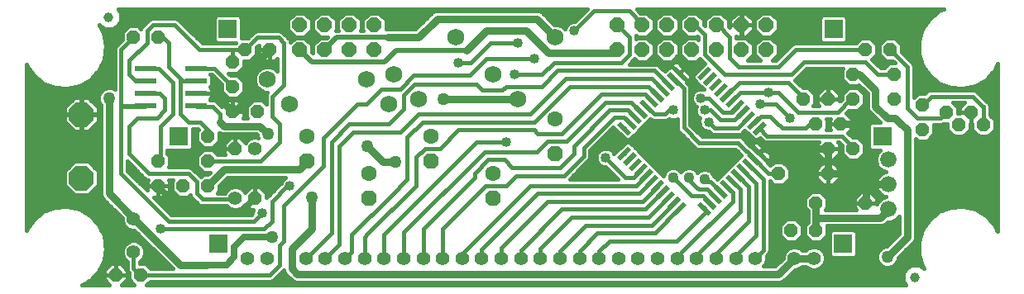
<source format=gbl>
G75*
G70*
%OFA0B0*%
%FSLAX24Y24*%
%IPPOS*%
%LPD*%
%AMOC8*
5,1,8,0,0,1.08239X$1,22.5*
%
%ADD10R,0.0866X0.0236*%
%ADD11OC8,0.0560*%
%ADD12C,0.0560*%
%ADD13OC8,0.0630*%
%ADD14C,0.0630*%
%ADD15C,0.0680*%
%ADD16C,0.0555*%
%ADD17OC8,0.1000*%
%ADD18C,0.0660*%
%ADD19OC8,0.0600*%
%ADD20R,0.0760X0.0760*%
%ADD21R,0.0591X0.0197*%
%ADD22R,0.0197X0.0591*%
%ADD23C,0.0394*%
%ADD24C,0.0160*%
%ADD25C,0.0300*%
%ADD26C,0.0500*%
%ADD27C,0.0250*%
%ADD28C,0.0200*%
%ADD29C,0.0400*%
%ADD30C,0.0436*%
%ADD31C,0.0120*%
D10*
X005156Y007610D03*
X005156Y008110D03*
X005156Y008610D03*
X005156Y009110D03*
X007204Y009110D03*
X007204Y008610D03*
X007204Y008110D03*
X007204Y007610D03*
D11*
X008680Y007360D03*
X009680Y007360D03*
X007680Y006360D03*
X008780Y005860D03*
X007680Y005360D03*
X005680Y005360D03*
X005680Y004360D03*
X006680Y004360D03*
X007680Y004360D03*
X009580Y003860D03*
X004960Y000760D03*
X003960Y000760D03*
X008680Y008360D03*
X008680Y009360D03*
X009180Y009860D03*
X010180Y009860D03*
X005680Y010360D03*
X004680Y010360D03*
X030660Y004860D03*
X032660Y004860D03*
X032680Y005860D03*
X033680Y005860D03*
X036480Y006640D03*
X037930Y006830D03*
X038930Y006830D03*
X038430Y007330D03*
X037430Y007330D03*
X036480Y007640D03*
X035320Y007860D03*
X033680Y007860D03*
X032680Y007860D03*
X031680Y007860D03*
X033680Y008860D03*
X035320Y008860D03*
X035180Y009860D03*
X034180Y009860D03*
X033180Y006860D03*
X032180Y006860D03*
X032180Y003680D03*
X034180Y003680D03*
X032180Y002560D03*
X031180Y002560D03*
D12*
X031310Y001439D03*
X032097Y001439D03*
X029735Y001439D03*
X028948Y001439D03*
X028160Y001439D03*
X027373Y001439D03*
X026586Y001439D03*
X025798Y001439D03*
X025011Y001439D03*
X024223Y001439D03*
X023436Y001439D03*
X022649Y001439D03*
X021861Y001439D03*
X021074Y001439D03*
X020286Y001439D03*
X019499Y001439D03*
X018711Y001439D03*
X017924Y001439D03*
X017137Y001439D03*
X016349Y001439D03*
X015562Y001439D03*
X014774Y001439D03*
X013987Y001439D03*
X013200Y001439D03*
X012412Y001439D03*
X011625Y001439D03*
X010050Y001439D03*
X009263Y001439D03*
X008780Y003860D03*
X009580Y005860D03*
D13*
X011680Y005360D03*
X016680Y005360D03*
X014180Y003860D03*
X019180Y003860D03*
X021680Y005660D03*
D14*
X019180Y004860D03*
X016680Y006360D03*
X011680Y006360D03*
X014180Y004860D03*
X021680Y007060D03*
D15*
X020180Y007860D03*
X019180Y008860D03*
X016180Y007860D03*
X014980Y007660D03*
X014080Y008660D03*
X015180Y008860D03*
X010980Y007660D03*
X010080Y008660D03*
X017680Y010360D03*
X021680Y010360D03*
D16*
X004680Y003029D03*
X004680Y001691D03*
D17*
X002580Y004680D03*
X002580Y007240D03*
D18*
X035105Y005420D03*
X035105Y004420D03*
X035105Y003420D03*
D19*
X030180Y009860D03*
X029180Y009860D03*
X028180Y009860D03*
X027180Y009860D03*
X026180Y009860D03*
X025180Y009860D03*
X024180Y009860D03*
X024180Y010860D03*
X025180Y010860D03*
X026180Y010860D03*
X027180Y010860D03*
X028180Y010860D03*
X029180Y010860D03*
X030180Y010860D03*
X014380Y010860D03*
X013380Y010860D03*
X012380Y010860D03*
X011380Y010860D03*
X011380Y009860D03*
X012380Y009860D03*
X013380Y009860D03*
X014380Y009860D03*
D20*
X008475Y010691D03*
X006507Y006360D03*
X008082Y002029D03*
X033278Y002029D03*
X034853Y006360D03*
X032885Y010691D03*
D21*
G36*
X027404Y008769D02*
X027820Y009185D01*
X027958Y009047D01*
X027542Y008631D01*
X027404Y008769D01*
G37*
G36*
X027627Y008546D02*
X028043Y008962D01*
X028181Y008824D01*
X027765Y008408D01*
X027627Y008546D01*
G37*
G36*
X027850Y008324D02*
X028266Y008740D01*
X028404Y008602D01*
X027988Y008186D01*
X027850Y008324D01*
G37*
G36*
X028072Y008101D02*
X028488Y008517D01*
X028626Y008379D01*
X028210Y007963D01*
X028072Y008101D01*
G37*
G36*
X028295Y007878D02*
X028711Y008294D01*
X028849Y008156D01*
X028433Y007740D01*
X028295Y007878D01*
G37*
G36*
X028518Y007656D02*
X028934Y008072D01*
X029072Y007934D01*
X028656Y007518D01*
X028518Y007656D01*
G37*
G36*
X028740Y007433D02*
X029156Y007849D01*
X029294Y007711D01*
X028878Y007295D01*
X028740Y007433D01*
G37*
G36*
X028963Y007210D02*
X029379Y007626D01*
X029517Y007488D01*
X029101Y007072D01*
X028963Y007210D01*
G37*
G36*
X029186Y006988D02*
X029602Y007404D01*
X029740Y007266D01*
X029324Y006850D01*
X029186Y006988D01*
G37*
G36*
X029408Y006765D02*
X029824Y007181D01*
X029962Y007043D01*
X029546Y006627D01*
X029408Y006765D01*
G37*
G36*
X029631Y006542D02*
X030047Y006958D01*
X030185Y006820D01*
X029769Y006404D01*
X029631Y006542D01*
G37*
G36*
X024620Y005094D02*
X025036Y005510D01*
X025174Y005372D01*
X024758Y004956D01*
X024620Y005094D01*
G37*
G36*
X024843Y004872D02*
X025259Y005288D01*
X025397Y005150D01*
X024981Y004734D01*
X024843Y004872D01*
G37*
G36*
X025066Y004649D02*
X025482Y005065D01*
X025620Y004927D01*
X025204Y004511D01*
X025066Y004649D01*
G37*
G36*
X025288Y004426D02*
X025704Y004842D01*
X025842Y004704D01*
X025426Y004288D01*
X025288Y004426D01*
G37*
G36*
X025511Y004204D02*
X025927Y004620D01*
X026065Y004482D01*
X025649Y004066D01*
X025511Y004204D01*
G37*
G36*
X025734Y003981D02*
X026150Y004397D01*
X026288Y004259D01*
X025872Y003843D01*
X025734Y003981D01*
G37*
G36*
X025956Y003758D02*
X026372Y004174D01*
X026510Y004036D01*
X026094Y003620D01*
X025956Y003758D01*
G37*
G36*
X026179Y003536D02*
X026595Y003952D01*
X026733Y003814D01*
X026317Y003398D01*
X026179Y003536D01*
G37*
G36*
X026402Y003313D02*
X026818Y003729D01*
X026956Y003591D01*
X026540Y003175D01*
X026402Y003313D01*
G37*
G36*
X024398Y005317D02*
X024814Y005733D01*
X024952Y005595D01*
X024536Y005179D01*
X024398Y005317D01*
G37*
G36*
X024175Y005540D02*
X024591Y005956D01*
X024729Y005818D01*
X024313Y005402D01*
X024175Y005540D01*
G37*
D22*
G36*
X024175Y006820D02*
X024313Y006958D01*
X024729Y006542D01*
X024591Y006404D01*
X024175Y006820D01*
G37*
G36*
X024398Y007043D02*
X024536Y007181D01*
X024952Y006765D01*
X024814Y006627D01*
X024398Y007043D01*
G37*
G36*
X024620Y007266D02*
X024758Y007404D01*
X025174Y006988D01*
X025036Y006850D01*
X024620Y007266D01*
G37*
G36*
X024843Y007488D02*
X024981Y007626D01*
X025397Y007210D01*
X025259Y007072D01*
X024843Y007488D01*
G37*
G36*
X025066Y007711D02*
X025204Y007849D01*
X025620Y007433D01*
X025482Y007295D01*
X025066Y007711D01*
G37*
G36*
X025288Y007934D02*
X025426Y008072D01*
X025842Y007656D01*
X025704Y007518D01*
X025288Y007934D01*
G37*
G36*
X025511Y008156D02*
X025649Y008294D01*
X026065Y007878D01*
X025927Y007740D01*
X025511Y008156D01*
G37*
G36*
X025734Y008379D02*
X025872Y008517D01*
X026288Y008101D01*
X026150Y007963D01*
X025734Y008379D01*
G37*
G36*
X025956Y008602D02*
X026094Y008740D01*
X026510Y008324D01*
X026372Y008186D01*
X025956Y008602D01*
G37*
G36*
X026179Y008824D02*
X026317Y008962D01*
X026733Y008546D01*
X026595Y008408D01*
X026179Y008824D01*
G37*
G36*
X026402Y009047D02*
X026540Y009185D01*
X026956Y008769D01*
X026818Y008631D01*
X026402Y009047D01*
G37*
G36*
X029631Y005818D02*
X029769Y005956D01*
X030185Y005540D01*
X030047Y005402D01*
X029631Y005818D01*
G37*
G36*
X029408Y005595D02*
X029546Y005733D01*
X029962Y005317D01*
X029824Y005179D01*
X029408Y005595D01*
G37*
G36*
X029186Y005372D02*
X029324Y005510D01*
X029740Y005094D01*
X029602Y004956D01*
X029186Y005372D01*
G37*
G36*
X028963Y005150D02*
X029101Y005288D01*
X029517Y004872D01*
X029379Y004734D01*
X028963Y005150D01*
G37*
G36*
X028740Y004927D02*
X028878Y005065D01*
X029294Y004649D01*
X029156Y004511D01*
X028740Y004927D01*
G37*
G36*
X028518Y004704D02*
X028656Y004842D01*
X029072Y004426D01*
X028934Y004288D01*
X028518Y004704D01*
G37*
G36*
X028295Y004482D02*
X028433Y004620D01*
X028849Y004204D01*
X028711Y004066D01*
X028295Y004482D01*
G37*
G36*
X028072Y004259D02*
X028210Y004397D01*
X028626Y003981D01*
X028488Y003843D01*
X028072Y004259D01*
G37*
G36*
X027850Y004036D02*
X027988Y004174D01*
X028404Y003758D01*
X028266Y003620D01*
X027850Y004036D01*
G37*
G36*
X027627Y003814D02*
X027765Y003952D01*
X028181Y003536D01*
X028043Y003398D01*
X027627Y003814D01*
G37*
G36*
X027404Y003591D02*
X027542Y003729D01*
X027958Y003313D01*
X027820Y003175D01*
X027404Y003591D01*
G37*
D23*
X036180Y000680D03*
X003680Y011180D03*
D24*
X002927Y000547D02*
X002604Y000360D01*
X003709Y000360D01*
X003500Y000569D01*
X003500Y000760D01*
X003960Y000760D01*
X003960Y000760D01*
X003960Y001220D01*
X004151Y001220D01*
X004420Y000951D01*
X004420Y000760D01*
X003960Y000760D01*
X003960Y000760D01*
X003960Y000760D01*
X003960Y001220D01*
X003769Y001220D01*
X003500Y000951D01*
X003500Y000760D01*
X003960Y000760D01*
X004420Y000760D01*
X004420Y000569D01*
X004211Y000360D01*
X004709Y000360D01*
X004500Y000569D01*
X004500Y000852D01*
X004460Y000893D01*
X004420Y000988D01*
X004420Y001304D01*
X004292Y001432D01*
X004223Y001600D01*
X004223Y001782D01*
X004292Y001950D01*
X004421Y002079D01*
X004589Y002148D01*
X004771Y002148D01*
X004939Y002079D01*
X005068Y001950D01*
X005137Y001782D01*
X005137Y001600D01*
X005068Y001432D01*
X004940Y001304D01*
X004940Y001220D01*
X005151Y001220D01*
X005351Y001020D01*
X006253Y001020D01*
X004701Y002572D01*
X004589Y002572D01*
X004421Y002641D01*
X004292Y002770D01*
X004223Y002938D01*
X004223Y003071D01*
X003513Y003780D01*
X003420Y003873D01*
X003370Y003994D01*
X003370Y007622D01*
X003335Y007656D01*
X003270Y007814D01*
X003270Y007986D01*
X003335Y008144D01*
X003456Y008265D01*
X003614Y008330D01*
X003786Y008330D01*
X003920Y008274D01*
X003920Y009912D01*
X003960Y010007D01*
X004033Y010080D01*
X004220Y010268D01*
X004220Y010551D01*
X004489Y010820D01*
X004029Y010820D01*
X004029Y010817D02*
X004031Y010828D01*
X004032Y010829D01*
X004043Y010831D01*
X004062Y010859D01*
X004087Y010883D01*
X004087Y010894D01*
X004088Y010896D01*
X004098Y010899D01*
X004112Y010930D01*
X004132Y010959D01*
X004130Y010969D01*
X004131Y010971D01*
X004140Y010976D01*
X004149Y011009D01*
X004164Y011040D01*
X004160Y011050D01*
X004161Y011052D01*
X004169Y011059D01*
X004172Y011093D01*
X004180Y011126D01*
X004175Y011135D01*
X004175Y011138D01*
X004182Y011146D01*
X004179Y011180D01*
X004182Y011214D01*
X004175Y011222D01*
X004175Y011225D01*
X004180Y011234D01*
X004172Y011267D01*
X004169Y011301D01*
X004161Y011308D01*
X004160Y011310D01*
X004164Y011320D01*
X004149Y011351D01*
X004140Y011384D01*
X004131Y011389D01*
X004130Y011391D01*
X004132Y011401D01*
X004112Y011430D01*
X004098Y011461D01*
X004088Y011464D01*
X004087Y011466D01*
X004087Y011477D01*
X004067Y011496D01*
X022948Y011496D01*
X022452Y011000D01*
X022364Y011000D01*
X022225Y010942D01*
X022118Y010835D01*
X022066Y010710D01*
X021975Y010801D01*
X021783Y010880D01*
X021627Y010880D01*
X021117Y011390D01*
X020996Y011440D01*
X016864Y011440D01*
X016743Y011390D01*
X016043Y010690D01*
X014860Y010690D01*
X014860Y011059D01*
X014579Y011340D01*
X014181Y011340D01*
X013900Y011059D01*
X013900Y010661D01*
X013860Y010661D01*
X013860Y011059D01*
X013579Y011340D01*
X013181Y011340D01*
X012900Y011059D01*
X012900Y010661D01*
X012860Y010661D01*
X012860Y011059D01*
X012579Y011340D01*
X012181Y011340D01*
X011900Y011059D01*
X011900Y010661D01*
X011860Y010661D01*
X011579Y010380D01*
X011181Y010380D01*
X010900Y010661D01*
X009035Y010661D01*
X009035Y010503D02*
X009455Y010503D01*
X009460Y010507D02*
X009272Y010320D01*
X009035Y010320D01*
X009035Y011145D01*
X008930Y011251D01*
X008021Y011251D01*
X007915Y011145D01*
X007915Y010236D01*
X008021Y010131D01*
X008800Y010131D01*
X008789Y010120D01*
X007448Y010120D01*
X006487Y011080D01*
X006392Y011120D01*
X005408Y011120D01*
X005313Y011080D01*
X005240Y011007D01*
X005000Y010767D01*
X004977Y010713D01*
X004871Y010820D01*
X005052Y010820D01*
X004871Y010820D02*
X004489Y010820D01*
X004141Y010978D02*
X005210Y010978D01*
X005460Y010860D02*
X006340Y010860D01*
X007340Y009860D01*
X008680Y009860D01*
X008680Y009360D01*
X009140Y009393D02*
X010480Y009393D01*
X010371Y009400D02*
X010480Y009509D01*
X010480Y008995D01*
X010375Y009101D01*
X010183Y009180D01*
X009977Y009180D01*
X009785Y009101D01*
X009639Y008955D01*
X009560Y008763D01*
X009560Y008557D01*
X009639Y008365D01*
X009785Y008219D01*
X009977Y008140D01*
X010072Y008140D01*
X010060Y008127D01*
X010020Y008032D01*
X010020Y007671D01*
X009871Y007820D01*
X009489Y007820D01*
X009220Y007551D01*
X009220Y007169D01*
X009279Y007110D01*
X009081Y007110D01*
X009140Y007169D01*
X009140Y007360D01*
X009140Y007551D01*
X008871Y007820D01*
X008680Y007820D01*
X008680Y007360D01*
X008680Y007360D01*
X009140Y007360D01*
X008680Y007360D01*
X008680Y007360D01*
X008680Y007820D01*
X008489Y007820D01*
X008239Y007569D01*
X008007Y007800D01*
X007912Y007840D01*
X007779Y007840D01*
X007759Y007860D01*
X007781Y007881D01*
X007804Y007922D01*
X007817Y007968D01*
X007817Y008110D01*
X007817Y008252D01*
X007804Y008298D01*
X007781Y008339D01*
X007759Y008360D01*
X007817Y008417D01*
X007817Y008803D01*
X007769Y008850D01*
X007822Y008850D01*
X008220Y008452D01*
X008220Y008169D01*
X008489Y007900D01*
X008871Y007900D01*
X009140Y008169D01*
X009140Y008551D01*
X008871Y008820D01*
X008588Y008820D01*
X008508Y008900D01*
X008871Y008900D01*
X009140Y009169D01*
X009140Y009400D01*
X009371Y009400D01*
X009640Y009669D01*
X009640Y009952D01*
X009720Y010032D01*
X009720Y009860D01*
X010180Y009860D01*
X010180Y009400D01*
X010371Y009400D01*
X010180Y009400D02*
X010180Y009860D01*
X010180Y009860D01*
X010180Y009860D01*
X009720Y009860D01*
X009720Y009669D01*
X009989Y009400D01*
X010180Y009400D01*
X010180Y009552D02*
X010180Y009552D01*
X010180Y009710D02*
X010180Y009710D01*
X009838Y009552D02*
X009522Y009552D01*
X009640Y009710D02*
X009720Y009710D01*
X009180Y009860D02*
X009680Y010360D01*
X010520Y010360D01*
X010740Y010140D01*
X010740Y008440D01*
X010380Y008080D01*
X010280Y007980D01*
X010280Y007680D01*
X010280Y007580D01*
X010280Y007180D01*
X010580Y006880D01*
X010580Y006140D01*
X009800Y005360D01*
X007680Y005360D01*
X007220Y005431D02*
X006140Y005431D01*
X006140Y005551D02*
X006040Y005651D01*
X006040Y005812D01*
X006052Y005800D01*
X006961Y005800D01*
X007067Y005905D01*
X007067Y006680D01*
X007272Y006680D01*
X007311Y006641D01*
X007220Y006551D01*
X007220Y006169D01*
X007489Y005900D01*
X007871Y005900D01*
X008140Y006169D01*
X008140Y006513D01*
X008153Y006500D01*
X008274Y006450D01*
X009643Y006450D01*
X009670Y006423D01*
X009670Y006374D01*
X009697Y006309D01*
X009671Y006320D01*
X009488Y006320D01*
X009319Y006250D01*
X009190Y006121D01*
X009184Y006106D01*
X008971Y006320D01*
X008780Y006320D01*
X008780Y005860D01*
X008780Y005860D01*
X008780Y005860D01*
X008320Y005860D01*
X008320Y006051D01*
X008589Y006320D01*
X008780Y006320D01*
X008780Y005860D01*
X008320Y005860D01*
X008320Y005669D01*
X008369Y005620D01*
X008071Y005620D01*
X007871Y005820D01*
X007489Y005820D01*
X007220Y005551D01*
X007220Y005169D01*
X007489Y004900D01*
X007753Y004900D01*
X007673Y004820D01*
X007489Y004820D01*
X007399Y004729D01*
X007367Y004760D01*
X007047Y005080D01*
X006952Y005120D01*
X006091Y005120D01*
X006140Y005169D01*
X006140Y005551D01*
X006101Y005589D02*
X007259Y005589D01*
X007417Y005748D02*
X006040Y005748D01*
X007067Y005906D02*
X007483Y005906D01*
X007877Y005906D02*
X008320Y005906D01*
X008320Y005748D02*
X007943Y005748D01*
X008035Y006065D02*
X008334Y006065D01*
X008493Y006223D02*
X008140Y006223D01*
X008140Y006382D02*
X009670Y006382D01*
X009293Y006223D02*
X009067Y006223D01*
X008780Y006223D02*
X008780Y006223D01*
X008780Y006065D02*
X008780Y006065D01*
X008780Y005906D02*
X008780Y005906D01*
X007680Y006360D02*
X007680Y006640D01*
X007380Y006940D01*
X006900Y006940D01*
X006580Y007260D01*
X006580Y008700D01*
X006670Y008610D01*
X007204Y008610D01*
X007817Y008601D02*
X008072Y008601D01*
X008220Y008442D02*
X007817Y008442D01*
X007808Y008284D02*
X008220Y008284D01*
X008264Y008125D02*
X007817Y008125D01*
X007817Y008110D02*
X007204Y008110D01*
X007204Y008110D01*
X007817Y008110D01*
X007930Y008110D02*
X007204Y008110D01*
X007816Y007967D02*
X008423Y007967D01*
X008937Y007967D02*
X010020Y007967D01*
X010059Y008125D02*
X009096Y008125D01*
X009140Y008284D02*
X009721Y008284D01*
X009607Y008442D02*
X009140Y008442D01*
X009090Y008601D02*
X009560Y008601D01*
X009560Y008759D02*
X008931Y008759D01*
X008888Y008918D02*
X009624Y008918D01*
X009761Y009076D02*
X009047Y009076D01*
X009140Y009235D02*
X010480Y009235D01*
X010480Y009076D02*
X010399Y009076D01*
X011860Y009776D02*
X011900Y009736D01*
X011900Y010059D01*
X012181Y010340D01*
X012464Y010340D01*
X012504Y010380D01*
X012181Y010380D01*
X011900Y010661D01*
X011860Y010661D02*
X011860Y011059D01*
X011579Y011340D01*
X011181Y011340D01*
X010900Y011059D01*
X010900Y010661D01*
X010745Y010503D02*
X011059Y010503D01*
X011181Y010340D02*
X011000Y010159D01*
X011000Y010192D01*
X010960Y010287D01*
X010887Y010360D01*
X010667Y010580D01*
X010572Y010620D01*
X009628Y010620D01*
X009533Y010580D01*
X009460Y010507D01*
X009296Y010344D02*
X009035Y010344D01*
X009715Y010027D02*
X009720Y010027D01*
X009720Y009869D02*
X009640Y009869D01*
X009180Y009860D02*
X008680Y009860D01*
X007966Y010186D02*
X007382Y010186D01*
X007224Y010344D02*
X007915Y010344D01*
X007915Y010503D02*
X007065Y010503D01*
X006907Y010661D02*
X007915Y010661D01*
X007915Y010820D02*
X006748Y010820D01*
X006590Y010978D02*
X007915Y010978D01*
X007915Y011137D02*
X004175Y011137D01*
X004169Y011295D02*
X011136Y011295D01*
X010978Y011137D02*
X009035Y011137D01*
X009035Y010978D02*
X010900Y010978D01*
X010900Y010820D02*
X009035Y010820D01*
X010904Y010344D02*
X012468Y010344D01*
X012059Y010503D02*
X011701Y010503D01*
X011579Y010340D02*
X011181Y010340D01*
X011579Y010340D02*
X011860Y010059D01*
X011860Y009776D01*
X011860Y009869D02*
X011900Y009869D01*
X011900Y010027D02*
X011860Y010027D01*
X011733Y010186D02*
X012027Y010186D01*
X011027Y010186D02*
X011000Y010186D01*
X012839Y010640D02*
X012860Y010661D01*
X012839Y010640D02*
X012921Y010640D01*
X012900Y010661D01*
X012900Y010820D02*
X012860Y010820D01*
X012860Y010978D02*
X012900Y010978D01*
X012978Y011137D02*
X012782Y011137D01*
X012624Y011295D02*
X013136Y011295D01*
X013624Y011295D02*
X014136Y011295D01*
X014624Y011295D02*
X016648Y011295D01*
X016490Y011137D02*
X014782Y011137D01*
X014860Y010978D02*
X016331Y010978D01*
X016173Y010820D02*
X014860Y010820D01*
X013978Y011137D02*
X013782Y011137D01*
X013860Y010978D02*
X013900Y010978D01*
X013900Y010820D02*
X013860Y010820D01*
X013860Y010661D02*
X013839Y010640D01*
X013921Y010640D01*
X013900Y010661D01*
X011978Y011137D02*
X011782Y011137D01*
X011860Y010978D02*
X011900Y010978D01*
X011900Y010820D02*
X011860Y010820D01*
X011624Y011295D02*
X012136Y011295D01*
X006100Y010140D02*
X006100Y009180D01*
X006580Y008700D01*
X006260Y008540D02*
X006260Y007260D01*
X005780Y006780D01*
X005780Y005460D01*
X005680Y005360D01*
X006140Y005272D02*
X007220Y005272D01*
X007276Y005114D02*
X006967Y005114D01*
X007173Y004955D02*
X007434Y004955D01*
X007466Y004797D02*
X007331Y004797D01*
X007220Y004540D02*
X006900Y004860D01*
X005300Y004860D01*
X004500Y005660D01*
X004500Y006780D01*
X004820Y007100D01*
X005620Y007100D01*
X005940Y007420D01*
X005940Y007900D01*
X005730Y008110D01*
X005156Y008110D01*
X005690Y009110D02*
X006260Y008540D01*
X005156Y008610D02*
X004750Y008610D01*
X004500Y008860D01*
X004500Y009420D01*
X005220Y010140D01*
X005220Y010620D01*
X005460Y010860D01*
X004331Y010661D02*
X003386Y010661D01*
X003430Y010748D02*
X003459Y010728D01*
X003469Y010730D01*
X003471Y010729D01*
X003476Y010720D01*
X003509Y010711D01*
X003540Y010696D01*
X003550Y010700D01*
X003552Y010699D01*
X003559Y010691D01*
X003593Y010688D01*
X003626Y010680D01*
X003635Y010685D01*
X003638Y010685D01*
X003646Y010678D01*
X003680Y010681D01*
X003714Y010678D01*
X003722Y010685D01*
X003725Y010685D01*
X003734Y010680D01*
X003767Y010688D01*
X003801Y010691D01*
X003808Y010699D01*
X003810Y010700D01*
X003820Y010696D01*
X003851Y010711D01*
X003884Y010720D01*
X003889Y010729D01*
X003891Y010730D01*
X003901Y010728D01*
X003930Y010748D01*
X003961Y010762D01*
X003964Y010772D01*
X003966Y010773D01*
X003977Y010773D01*
X004001Y010798D01*
X004029Y010817D01*
X003430Y010748D02*
X003399Y010762D01*
X003396Y010772D01*
X003394Y010773D01*
X003383Y010773D01*
X003359Y010798D01*
X003331Y010817D01*
X003329Y010828D01*
X003328Y010829D01*
X003317Y010831D01*
X003298Y010859D01*
X003284Y010872D01*
X003485Y010455D01*
X003485Y010455D01*
X003560Y009960D01*
X003485Y009465D01*
X003485Y009465D01*
X003268Y009014D01*
X003268Y009014D01*
X002927Y008647D01*
X002927Y008647D01*
X002494Y008396D01*
X002494Y008396D01*
X002006Y008285D01*
X002006Y008285D01*
X001506Y008322D01*
X001506Y008322D01*
X001040Y008505D01*
X001040Y008505D01*
X000648Y008817D01*
X000648Y008817D01*
X000648Y008817D01*
X000366Y009231D01*
X000366Y009231D01*
X000360Y009252D01*
X000360Y002568D01*
X000366Y002589D01*
X000366Y002589D01*
X000648Y003003D01*
X000648Y003003D01*
X001040Y003315D01*
X001040Y003315D01*
X001506Y003498D01*
X001506Y003498D01*
X002006Y003535D01*
X002006Y003535D01*
X002494Y003424D01*
X002494Y003424D01*
X002927Y003173D01*
X002927Y003173D01*
X003268Y002806D01*
X003268Y002806D01*
X003485Y002355D01*
X003485Y002355D01*
X003560Y001860D01*
X003485Y001365D01*
X003485Y001365D01*
X003268Y000914D01*
X003268Y000914D01*
X002927Y000547D01*
X002927Y000547D01*
X002876Y000517D02*
X003552Y000517D01*
X003500Y000676D02*
X003047Y000676D01*
X003194Y000834D02*
X003500Y000834D01*
X003542Y000993D02*
X003306Y000993D01*
X003382Y001151D02*
X003700Y001151D01*
X003960Y001151D02*
X003960Y001151D01*
X003960Y000993D02*
X003960Y000993D01*
X003960Y000834D02*
X003960Y000834D01*
X004378Y000993D02*
X004420Y000993D01*
X004420Y001151D02*
X004220Y001151D01*
X004680Y001040D02*
X004960Y000760D01*
X010160Y000760D01*
X010260Y000860D01*
X010580Y001180D01*
X010580Y001980D01*
X010740Y002140D01*
X010740Y003580D01*
X012340Y005180D01*
X012340Y006300D01*
X013700Y007660D01*
X013720Y007680D01*
X014080Y007680D01*
X014280Y007880D01*
X014660Y008260D01*
X014780Y008260D01*
X015140Y008260D01*
X015420Y008260D01*
X015980Y008820D01*
X018220Y008820D01*
X018900Y009500D01*
X020820Y009500D01*
X021140Y008860D02*
X021620Y009340D01*
X024340Y009340D01*
X024680Y009680D01*
X024680Y010360D01*
X024180Y010860D01*
X024660Y011420D02*
X025180Y010900D01*
X025180Y010860D01*
X025660Y010820D02*
X025700Y010820D01*
X025700Y010978D02*
X025660Y010978D01*
X025660Y011059D02*
X025379Y011340D01*
X025108Y011340D01*
X024952Y011496D01*
X037347Y011496D01*
X037140Y011415D01*
X036748Y011103D01*
X036466Y010689D01*
X036319Y010210D01*
X036319Y009710D01*
X035698Y009710D01*
X035640Y009768D02*
X035640Y010051D01*
X035371Y010320D01*
X034989Y010320D01*
X034720Y010051D01*
X034720Y009669D01*
X034989Y009400D01*
X035272Y009400D01*
X035352Y009320D01*
X035129Y009320D01*
X034929Y009120D01*
X034788Y009120D01*
X034439Y009469D01*
X034640Y009669D01*
X034640Y010051D01*
X034371Y010320D01*
X033989Y010320D01*
X033789Y010120D01*
X031308Y010120D01*
X031213Y010080D01*
X031140Y010007D01*
X030572Y009440D01*
X030439Y009440D01*
X030660Y009661D01*
X030660Y010059D01*
X030379Y010340D01*
X029981Y010340D01*
X029700Y010059D01*
X029700Y009661D01*
X029921Y009440D01*
X029439Y009440D01*
X029660Y009661D01*
X029660Y010059D01*
X029379Y010340D01*
X028981Y010340D01*
X028960Y010319D01*
X028960Y010401D01*
X028981Y010380D01*
X029170Y010380D01*
X029170Y010850D01*
X028700Y010850D01*
X028700Y010748D01*
X028660Y010788D01*
X028660Y011059D01*
X028379Y011340D01*
X027981Y011340D01*
X027700Y011059D01*
X027700Y010828D01*
X027660Y010868D01*
X027660Y011059D01*
X027379Y011340D01*
X026981Y011340D01*
X026700Y011059D01*
X026700Y010661D01*
X026660Y010661D01*
X026379Y010380D01*
X025981Y010380D01*
X025700Y010661D01*
X025660Y010661D01*
X025660Y011059D01*
X025700Y011059D02*
X025700Y010661D01*
X025660Y010661D02*
X025379Y010380D01*
X024981Y010380D01*
X024933Y010428D01*
X024940Y010412D01*
X024940Y010299D01*
X024981Y010340D01*
X025379Y010340D01*
X025660Y010059D01*
X025660Y009661D01*
X025379Y009380D01*
X024981Y009380D01*
X024864Y009497D01*
X024648Y009280D01*
X025728Y009280D01*
X025824Y009240D01*
X026081Y008983D01*
X026242Y009144D01*
X026248Y009144D01*
X026256Y009158D01*
X026343Y009244D01*
X026679Y008908D01*
X026679Y008908D01*
X027015Y008572D01*
X026973Y008531D01*
X027035Y008469D01*
X027070Y008433D01*
X027071Y008432D01*
X027072Y008431D01*
X027091Y008384D01*
X027110Y008337D01*
X027110Y008336D01*
X027110Y008335D01*
X027110Y008284D01*
X027634Y008284D01*
X027616Y008280D02*
X027464Y008280D01*
X027325Y008222D01*
X027218Y008115D01*
X027160Y007976D01*
X027160Y007824D01*
X027218Y007685D01*
X027325Y007578D01*
X027350Y007567D01*
X027320Y007496D01*
X027320Y007344D01*
X027378Y007205D01*
X027485Y007098D01*
X027510Y007087D01*
X027480Y007016D01*
X027480Y006864D01*
X027538Y006725D01*
X027645Y006618D01*
X027784Y006560D01*
X027872Y006560D01*
X027880Y006553D01*
X027953Y006480D01*
X028048Y006440D01*
X029088Y006440D01*
X029184Y006480D01*
X029257Y006553D01*
X029311Y006607D01*
X029450Y006467D01*
X029694Y006223D01*
X029286Y006223D01*
X029189Y006320D02*
X029093Y006360D01*
X027582Y006360D01*
X027110Y006832D01*
X027110Y008284D01*
X027130Y008408D02*
X027130Y008457D01*
X026679Y008908D01*
X027015Y008572D01*
X027101Y008658D01*
X027125Y008700D01*
X027137Y008745D01*
X027137Y008793D01*
X027125Y008838D01*
X027101Y008880D01*
X026876Y009105D01*
X026679Y008908D01*
X026679Y008908D01*
X026679Y008908D01*
X026876Y009105D01*
X026650Y009331D01*
X026609Y009354D01*
X026563Y009367D01*
X026516Y009367D01*
X026470Y009354D01*
X026429Y009331D01*
X026343Y009244D01*
X026679Y008908D01*
X026688Y008918D02*
X026688Y008918D01*
X026670Y008918D02*
X026670Y008918D01*
X026511Y009076D02*
X026511Y009076D01*
X026353Y009235D02*
X026353Y009235D01*
X026333Y009235D02*
X025829Y009235D01*
X025981Y009380D02*
X026379Y009380D01*
X026660Y009661D01*
X026660Y010059D01*
X026379Y010340D01*
X025981Y010340D01*
X025700Y010059D01*
X025700Y009661D01*
X025981Y009380D01*
X025968Y009393D02*
X025392Y009393D01*
X025550Y009552D02*
X025810Y009552D01*
X025700Y009710D02*
X025660Y009710D01*
X025660Y009869D02*
X025700Y009869D01*
X025700Y010027D02*
X025660Y010027D01*
X025533Y010186D02*
X025827Y010186D01*
X026533Y010186D02*
X026827Y010186D01*
X026700Y010059D02*
X026700Y009661D01*
X026981Y009380D01*
X027379Y009380D01*
X027496Y009497D01*
X027553Y009440D01*
X027686Y009307D01*
X027223Y008844D01*
X027223Y008694D01*
X027445Y008472D01*
X027445Y008472D01*
X027652Y008265D01*
X027616Y008280D01*
X027228Y008125D02*
X027110Y008125D01*
X027110Y007967D02*
X027160Y007967D01*
X027540Y007900D02*
X027860Y007900D01*
X028420Y007330D01*
X028785Y007330D01*
X029017Y007572D01*
X028795Y007795D02*
X029140Y008140D01*
X029620Y008140D01*
X030260Y008140D01*
X030660Y008140D01*
X031220Y007580D01*
X031460Y007340D01*
X033060Y007340D01*
X033580Y007860D01*
X033680Y007860D01*
X033220Y007868D02*
X033140Y007788D01*
X033140Y007860D01*
X033140Y008051D01*
X032871Y008320D01*
X032680Y008320D01*
X032680Y007860D01*
X032680Y007860D01*
X033140Y007860D01*
X032680Y007860D01*
X032680Y007860D01*
X032680Y007860D01*
X032220Y007860D01*
X032220Y008051D01*
X032489Y008320D01*
X032680Y008320D01*
X032680Y007860D01*
X032220Y007860D01*
X032220Y007669D01*
X032289Y007600D01*
X032071Y007600D01*
X032140Y007669D01*
X032140Y008051D01*
X031871Y008320D01*
X031648Y008320D01*
X031334Y008634D01*
X031347Y008640D01*
X031808Y009100D01*
X033269Y009100D01*
X033220Y009051D01*
X033220Y008669D01*
X033489Y008400D01*
X033871Y008400D01*
X033902Y008431D01*
X034250Y008083D01*
X034250Y007514D01*
X034300Y007393D01*
X034393Y007300D01*
X034773Y006920D01*
X034399Y006920D01*
X034293Y006815D01*
X034293Y005905D01*
X034399Y005800D01*
X034764Y005800D01*
X034673Y005709D01*
X034595Y005521D01*
X034595Y005319D01*
X034673Y005131D01*
X034816Y004988D01*
X034986Y004917D01*
X034986Y004917D01*
X034909Y004893D01*
X034838Y004856D01*
X034773Y004809D01*
X034716Y004752D01*
X034669Y004687D01*
X034633Y004616D01*
X034608Y004539D01*
X034595Y004460D01*
X034595Y004438D01*
X035087Y004438D01*
X035087Y004402D01*
X034595Y004402D01*
X034595Y004380D01*
X034608Y004301D01*
X034633Y004224D01*
X034669Y004153D01*
X034716Y004088D01*
X034773Y004031D01*
X034838Y003984D01*
X034909Y003947D01*
X034986Y003923D01*
X034816Y003852D01*
X034673Y003709D01*
X034640Y003630D01*
X034640Y003680D01*
X034640Y003871D01*
X034371Y004140D01*
X034180Y004140D01*
X034180Y003680D01*
X034180Y003680D01*
X034640Y003680D01*
X034180Y003680D01*
X034180Y003680D01*
X034180Y003680D01*
X033720Y003680D01*
X033720Y003871D01*
X033989Y004140D01*
X034180Y004140D01*
X034180Y003680D01*
X033720Y003680D01*
X033720Y003489D01*
X033799Y003410D01*
X032561Y003410D01*
X032640Y003489D01*
X032640Y003871D01*
X032371Y004140D01*
X031989Y004140D01*
X031720Y003871D01*
X031720Y003489D01*
X031850Y003359D01*
X031850Y002881D01*
X031720Y002751D01*
X031720Y002369D01*
X031989Y002100D01*
X032371Y002100D01*
X032640Y002369D01*
X032640Y002750D01*
X034846Y002750D01*
X034967Y002800D01*
X035060Y002893D01*
X035077Y002910D01*
X035207Y002910D01*
X035394Y002988D01*
X035530Y003124D01*
X035530Y002437D01*
X035023Y001930D01*
X034974Y001930D01*
X034816Y001865D01*
X034695Y001744D01*
X034630Y001586D01*
X034630Y001414D01*
X034695Y001256D01*
X034816Y001135D01*
X034974Y001070D01*
X035146Y001070D01*
X035304Y001135D01*
X035425Y001256D01*
X035490Y001414D01*
X035490Y001463D01*
X036140Y002113D01*
X036190Y002234D01*
X036190Y006279D01*
X036289Y006180D01*
X036671Y006180D01*
X036940Y006449D01*
X036940Y006831D01*
X036931Y006840D01*
X037252Y006840D01*
X037324Y006870D01*
X037470Y006870D01*
X037470Y006639D01*
X037739Y006370D01*
X038121Y006370D01*
X038390Y006639D01*
X038390Y006870D01*
X038430Y006870D01*
X038470Y006870D01*
X038470Y006639D01*
X038739Y006370D01*
X039121Y006370D01*
X039390Y006639D01*
X039390Y007021D01*
X039190Y007221D01*
X039190Y007602D01*
X039150Y007697D01*
X039047Y007800D01*
X038647Y008200D01*
X038552Y008240D01*
X036768Y008240D01*
X036673Y008200D01*
X036572Y008100D01*
X036289Y008100D01*
X036120Y007931D01*
X036120Y009232D01*
X036080Y009327D01*
X035640Y009768D01*
X035640Y009869D02*
X036319Y009869D01*
X036319Y010027D02*
X035640Y010027D01*
X035505Y010186D02*
X036319Y010186D01*
X036360Y010344D02*
X033445Y010344D01*
X033445Y010236D02*
X033445Y011145D01*
X033339Y011251D01*
X032430Y011251D01*
X032325Y011145D01*
X032325Y010236D01*
X032430Y010131D01*
X033339Y010131D01*
X033445Y010236D01*
X033394Y010186D02*
X033855Y010186D01*
X034505Y010186D02*
X034855Y010186D01*
X034720Y010027D02*
X034640Y010027D01*
X034640Y009869D02*
X034720Y009869D01*
X035180Y009860D02*
X035860Y009180D01*
X035860Y008380D01*
X035860Y008300D01*
X035860Y007500D01*
X036260Y007100D01*
X037200Y007100D01*
X037430Y007330D01*
X037890Y007333D02*
X037970Y007333D01*
X037970Y007330D02*
X038430Y007330D01*
X038430Y006870D01*
X038430Y007330D01*
X038430Y007330D01*
X038430Y007330D01*
X037970Y007330D01*
X037970Y007521D01*
X038169Y007720D01*
X037691Y007720D01*
X037890Y007521D01*
X037890Y007290D01*
X037970Y007290D01*
X037970Y007330D01*
X038430Y007174D02*
X038430Y007174D01*
X038430Y007016D02*
X038430Y007016D01*
X038390Y006857D02*
X038470Y006857D01*
X038470Y006699D02*
X038390Y006699D01*
X038291Y006540D02*
X038569Y006540D01*
X038728Y006382D02*
X038132Y006382D01*
X037728Y006382D02*
X036872Y006382D01*
X036714Y006223D02*
X039500Y006223D01*
X039500Y006065D02*
X036190Y006065D01*
X036190Y006223D02*
X036246Y006223D01*
X036190Y005906D02*
X039500Y005906D01*
X039500Y005748D02*
X036190Y005748D01*
X036190Y005589D02*
X039500Y005589D01*
X039500Y005431D02*
X036190Y005431D01*
X036190Y005272D02*
X039500Y005272D01*
X039500Y005114D02*
X036190Y005114D01*
X036190Y004955D02*
X039500Y004955D01*
X039500Y004797D02*
X036190Y004797D01*
X036190Y004638D02*
X039500Y004638D01*
X039500Y004480D02*
X036190Y004480D01*
X036190Y004321D02*
X039500Y004321D01*
X039500Y004163D02*
X036190Y004163D01*
X036190Y004004D02*
X039500Y004004D01*
X039500Y003846D02*
X036190Y003846D01*
X036190Y003687D02*
X039500Y003687D01*
X039500Y003529D02*
X038135Y003529D01*
X038106Y003535D02*
X038106Y003535D01*
X038594Y003424D01*
X038594Y003424D01*
X039027Y003173D01*
X039027Y003173D01*
X039368Y002806D01*
X039368Y002806D01*
X039500Y002532D01*
X039500Y009288D01*
X039368Y009014D01*
X039368Y009014D01*
X039027Y008647D01*
X039027Y008647D01*
X039027Y008647D01*
X038594Y008396D01*
X038594Y008396D01*
X038106Y008285D01*
X038106Y008285D01*
X037606Y008322D01*
X037606Y008322D01*
X037140Y008505D01*
X037140Y008505D01*
X036748Y008817D01*
X036748Y008817D01*
X036748Y008817D01*
X036466Y009231D01*
X036466Y009231D01*
X036319Y009710D01*
X036368Y009552D02*
X035856Y009552D01*
X036015Y009393D02*
X036416Y009393D01*
X036465Y009235D02*
X036119Y009235D01*
X036120Y009076D02*
X036572Y009076D01*
X036680Y008918D02*
X036120Y008918D01*
X036120Y008759D02*
X036822Y008759D01*
X037020Y008601D02*
X036120Y008601D01*
X036120Y008442D02*
X037301Y008442D01*
X036597Y008125D02*
X036120Y008125D01*
X036120Y007967D02*
X036156Y007967D01*
X036120Y008284D02*
X039500Y008284D01*
X039500Y008125D02*
X038723Y008125D01*
X038881Y007967D02*
X039500Y007967D01*
X039500Y007808D02*
X039040Y007808D01*
X039170Y007650D02*
X039500Y007650D01*
X039500Y007491D02*
X039190Y007491D01*
X038930Y007550D02*
X038900Y007580D01*
X038500Y007980D01*
X036820Y007980D01*
X036480Y007640D01*
X037761Y007650D02*
X038099Y007650D01*
X037970Y007491D02*
X037890Y007491D01*
X038930Y007550D02*
X038930Y006830D01*
X039390Y006857D02*
X039500Y006857D01*
X039500Y006699D02*
X039390Y006699D01*
X039291Y006540D02*
X039500Y006540D01*
X039500Y006382D02*
X039132Y006382D01*
X037569Y006540D02*
X036940Y006540D01*
X036940Y006699D02*
X037470Y006699D01*
X037470Y006857D02*
X037293Y006857D01*
X039190Y007333D02*
X039500Y007333D01*
X039500Y007174D02*
X039236Y007174D01*
X039390Y007016D02*
X039500Y007016D01*
X039500Y008442D02*
X038673Y008442D01*
X038948Y008601D02*
X039500Y008601D01*
X039500Y008759D02*
X039132Y008759D01*
X039279Y008918D02*
X039500Y008918D01*
X039500Y009076D02*
X039398Y009076D01*
X039474Y009235D02*
X039500Y009235D01*
X036409Y010503D02*
X033445Y010503D01*
X033445Y010661D02*
X036458Y010661D01*
X036466Y010689D02*
X036466Y010689D01*
X036555Y010820D02*
X033445Y010820D01*
X033445Y010978D02*
X036663Y010978D01*
X036748Y011103D02*
X036748Y011103D01*
X036748Y011103D01*
X036791Y011137D02*
X033445Y011137D01*
X032325Y011137D02*
X030582Y011137D01*
X030660Y011059D02*
X030379Y011340D01*
X029981Y011340D01*
X029700Y011059D01*
X029700Y010661D01*
X029660Y010661D01*
X029660Y010850D01*
X029190Y010850D01*
X029190Y010870D01*
X029170Y010870D01*
X029170Y011340D01*
X028981Y011340D01*
X028700Y011059D01*
X028700Y010870D01*
X029170Y010870D01*
X029170Y010850D01*
X029190Y010850D01*
X029190Y010380D01*
X029379Y010380D01*
X029660Y010661D01*
X029700Y010661D02*
X029981Y010380D01*
X030379Y010380D01*
X030660Y010661D01*
X032325Y010661D01*
X032325Y010503D02*
X030501Y010503D01*
X030660Y010661D02*
X030660Y011059D01*
X030660Y010978D02*
X032325Y010978D01*
X032325Y010820D02*
X030660Y010820D01*
X029778Y011137D02*
X029582Y011137D01*
X029660Y011059D02*
X029379Y011340D01*
X029190Y011340D01*
X029190Y010870D01*
X029660Y010870D01*
X029660Y011059D01*
X029660Y010978D02*
X029700Y010978D01*
X029700Y010820D02*
X029660Y010820D01*
X029190Y010820D02*
X029170Y010820D01*
X029170Y010978D02*
X029190Y010978D01*
X029190Y011137D02*
X029170Y011137D01*
X028778Y011137D02*
X028582Y011137D01*
X028660Y010978D02*
X028700Y010978D01*
X028700Y010820D02*
X028660Y010820D01*
X028220Y010860D02*
X028700Y010380D01*
X028700Y009580D01*
X028700Y009540D01*
X029060Y009180D01*
X030680Y009180D01*
X031360Y009860D01*
X034180Y009860D01*
X034640Y009710D02*
X034720Y009710D01*
X034838Y009552D02*
X034522Y009552D01*
X034515Y009393D02*
X035279Y009393D01*
X035044Y009235D02*
X034673Y009235D01*
X034680Y008860D02*
X034180Y009360D01*
X031700Y009360D01*
X031200Y008860D01*
X028500Y008860D01*
X027700Y009660D01*
X027700Y010460D01*
X027300Y010860D01*
X027180Y010860D01*
X027660Y010978D02*
X027700Y010978D01*
X027778Y011137D02*
X027582Y011137D01*
X027424Y011295D02*
X027936Y011295D01*
X028424Y011295D02*
X028936Y011295D01*
X029170Y011295D02*
X029190Y011295D01*
X029424Y011295D02*
X029936Y011295D01*
X030424Y011295D02*
X036990Y011295D01*
X037140Y011415D02*
X037140Y011415D01*
X037238Y011454D02*
X024994Y011454D01*
X024660Y011420D02*
X023240Y011420D01*
X022440Y010620D01*
X022111Y010820D02*
X021929Y010820D01*
X022311Y010978D02*
X021529Y010978D01*
X021370Y011137D02*
X022589Y011137D01*
X022747Y011295D02*
X021212Y011295D01*
X022906Y011454D02*
X004101Y011454D01*
X003331Y010820D02*
X003310Y010820D01*
X003463Y010503D02*
X004220Y010503D01*
X004220Y010344D02*
X003502Y010344D01*
X003526Y010186D02*
X004138Y010186D01*
X003979Y010027D02*
X003550Y010027D01*
X003546Y009869D02*
X003920Y009869D01*
X004180Y009860D02*
X004180Y007580D01*
X004180Y004860D01*
X006100Y002940D01*
X009540Y002940D01*
X009860Y003260D01*
X009507Y003400D02*
X009480Y003336D01*
X009480Y003248D01*
X009432Y003200D01*
X006208Y003200D01*
X005508Y003900D01*
X005680Y003900D01*
X005871Y003900D01*
X006140Y004169D01*
X006140Y004360D01*
X006140Y004551D01*
X006091Y004600D01*
X006269Y004600D01*
X006220Y004551D01*
X006220Y004169D01*
X006489Y003900D01*
X006871Y003900D01*
X006966Y003995D01*
X007000Y003913D01*
X007313Y003600D01*
X007408Y003560D01*
X008429Y003560D01*
X008519Y003470D01*
X008688Y003400D01*
X008871Y003400D01*
X009041Y003470D01*
X009170Y003599D01*
X009176Y003614D01*
X009389Y003400D01*
X009507Y003400D01*
X009494Y003370D02*
X006038Y003370D01*
X006196Y003212D02*
X009444Y003212D01*
X009261Y003529D02*
X009099Y003529D01*
X008461Y003529D02*
X005879Y003529D01*
X005721Y003687D02*
X007225Y003687D01*
X007067Y003846D02*
X005562Y003846D01*
X005680Y003900D02*
X005680Y004360D01*
X006140Y004360D01*
X005680Y004360D01*
X005680Y004360D01*
X005680Y003900D01*
X005680Y004004D02*
X005680Y004004D01*
X005975Y004004D02*
X006385Y004004D01*
X006227Y004163D02*
X006133Y004163D01*
X006140Y004321D02*
X006220Y004321D01*
X006220Y004480D02*
X006140Y004480D01*
X005680Y004360D02*
X005680Y004360D01*
X005680Y004360D01*
X005220Y004360D01*
X005220Y004551D01*
X005269Y004600D01*
X005248Y004600D01*
X005153Y004640D01*
X005080Y004713D01*
X004440Y005352D01*
X004440Y004968D01*
X005220Y004188D01*
X005220Y004360D01*
X005680Y004360D01*
X005680Y004321D02*
X005680Y004321D01*
X005680Y004163D02*
X005680Y004163D01*
X005220Y004321D02*
X005087Y004321D01*
X005220Y004480D02*
X004928Y004480D01*
X004770Y004638D02*
X005156Y004638D01*
X004996Y004797D02*
X004611Y004797D01*
X004453Y004955D02*
X004837Y004955D01*
X004679Y005114D02*
X004440Y005114D01*
X004440Y005272D02*
X004520Y005272D01*
X003370Y005272D02*
X002950Y005272D01*
X002862Y005360D02*
X002298Y005360D01*
X001900Y004962D01*
X001900Y004399D01*
X002298Y004000D01*
X002862Y004000D01*
X003260Y004399D01*
X003260Y004962D01*
X002862Y005360D01*
X003370Y005431D02*
X000360Y005431D01*
X000360Y005272D02*
X002210Y005272D01*
X002051Y005114D02*
X000360Y005114D01*
X000360Y004955D02*
X001900Y004955D01*
X001900Y004797D02*
X000360Y004797D01*
X000360Y004638D02*
X001900Y004638D01*
X001900Y004480D02*
X000360Y004480D01*
X000360Y004321D02*
X001978Y004321D01*
X002136Y004163D02*
X000360Y004163D01*
X000360Y004004D02*
X002295Y004004D01*
X002865Y004004D02*
X003370Y004004D01*
X003448Y003846D02*
X000360Y003846D01*
X000360Y003687D02*
X003606Y003687D01*
X003765Y003529D02*
X002035Y003529D01*
X001915Y003529D02*
X000360Y003529D01*
X000360Y003370D02*
X001180Y003370D01*
X000910Y003212D02*
X000360Y003212D01*
X000360Y003053D02*
X000712Y003053D01*
X000575Y002895D02*
X000360Y002895D01*
X000360Y002736D02*
X000467Y002736D01*
X000363Y002578D02*
X000360Y002578D01*
X002587Y003370D02*
X003923Y003370D01*
X004082Y003212D02*
X002862Y003212D01*
X003039Y003053D02*
X004223Y003053D01*
X004241Y002895D02*
X003186Y002895D01*
X003302Y002736D02*
X004326Y002736D01*
X004575Y002578D02*
X003378Y002578D01*
X003455Y002419D02*
X004854Y002419D01*
X005013Y002261D02*
X003500Y002261D01*
X003524Y002102D02*
X004478Y002102D01*
X004290Y001944D02*
X003547Y001944D01*
X003549Y001785D02*
X004224Y001785D01*
X004680Y001691D02*
X004680Y001040D01*
X004500Y000834D02*
X004420Y000834D01*
X004420Y000676D02*
X004500Y000676D01*
X004552Y000517D02*
X004368Y000517D01*
X005211Y000360D02*
X005351Y000500D01*
X010212Y000500D01*
X010307Y000540D01*
X010480Y000713D01*
X010727Y000960D01*
X010730Y000962D01*
X010730Y000954D01*
X010780Y000833D01*
X010873Y000740D01*
X011093Y000520D01*
X011214Y000470D01*
X030746Y000470D01*
X030867Y000520D01*
X030960Y000613D01*
X031325Y000979D01*
X031401Y000979D01*
X031570Y001049D01*
X031630Y001109D01*
X031777Y001109D01*
X031837Y001049D01*
X032006Y000979D01*
X032189Y000979D01*
X032358Y001049D01*
X032487Y001178D01*
X032557Y001347D01*
X032557Y001530D01*
X032487Y001699D01*
X032358Y001829D01*
X032189Y001899D01*
X032006Y001899D01*
X031837Y001829D01*
X031777Y001769D01*
X031630Y001769D01*
X031570Y001829D01*
X031401Y001899D01*
X031218Y001899D01*
X031049Y001829D01*
X030920Y001699D01*
X030850Y001530D01*
X030850Y001437D01*
X030543Y001130D01*
X030077Y001130D01*
X030125Y001178D01*
X030195Y001347D01*
X030195Y001530D01*
X030190Y001542D01*
X030276Y001628D01*
X030315Y001723D01*
X030315Y004554D01*
X030469Y004400D01*
X030851Y004400D01*
X031120Y004669D01*
X031120Y005051D01*
X030851Y005320D01*
X030469Y005320D01*
X030339Y005189D01*
X030327Y005200D01*
X030215Y005313D01*
X030244Y005343D01*
X029908Y005679D01*
X029572Y006015D01*
X029533Y005976D01*
X029189Y006320D01*
X029536Y006382D02*
X027560Y006382D01*
X027401Y006540D02*
X027892Y006540D01*
X028100Y006700D02*
X029036Y006700D01*
X029463Y007127D01*
X029276Y006940D01*
X028911Y007020D02*
X028340Y007020D01*
X027940Y007420D01*
X027700Y007420D01*
X027325Y007333D02*
X027110Y007333D01*
X027110Y007174D02*
X027409Y007174D01*
X027480Y007016D02*
X027110Y007016D01*
X027130Y006981D02*
X027130Y006950D01*
X027110Y006857D02*
X027483Y006857D01*
X027564Y006699D02*
X027243Y006699D01*
X026850Y006724D02*
X027474Y006100D01*
X027560Y006100D01*
X029030Y006100D01*
X029042Y006100D01*
X029685Y005456D01*
X029704Y005456D01*
X030180Y004980D01*
X030280Y004880D01*
X030640Y004880D01*
X030660Y004860D01*
X031089Y004638D02*
X032231Y004638D01*
X032200Y004669D02*
X032469Y004400D01*
X032660Y004400D01*
X032851Y004400D01*
X033120Y004669D01*
X033120Y004860D01*
X033120Y005051D01*
X032851Y005320D01*
X032660Y005320D01*
X032660Y004860D01*
X033120Y004860D01*
X032660Y004860D01*
X032660Y004860D01*
X032660Y004860D01*
X032660Y004400D01*
X032660Y004860D01*
X032660Y004860D01*
X032660Y004860D01*
X032200Y004860D01*
X032200Y005051D01*
X032469Y005320D01*
X032660Y005320D01*
X032660Y004860D01*
X032200Y004860D01*
X032200Y004669D01*
X032200Y004797D02*
X031120Y004797D01*
X031120Y004955D02*
X032200Y004955D01*
X032660Y004955D02*
X032660Y004955D01*
X032660Y004797D02*
X032660Y004797D01*
X032660Y004638D02*
X032660Y004638D01*
X032660Y004480D02*
X032660Y004480D01*
X032930Y004480D02*
X034598Y004480D01*
X034605Y004321D02*
X030315Y004321D01*
X030315Y004163D02*
X034664Y004163D01*
X034810Y004004D02*
X034507Y004004D01*
X034640Y003846D02*
X034809Y003846D01*
X034986Y003923D02*
X034986Y003923D01*
X034664Y003687D02*
X034640Y003687D01*
X034180Y003687D02*
X034180Y003687D01*
X034180Y003846D02*
X034180Y003846D01*
X034180Y004004D02*
X034180Y004004D01*
X033853Y004004D02*
X032507Y004004D01*
X032640Y003846D02*
X033720Y003846D01*
X033720Y003687D02*
X032640Y003687D01*
X032640Y003529D02*
X033720Y003529D01*
X035459Y003053D02*
X035530Y003053D01*
X035530Y002895D02*
X035061Y002895D01*
X035530Y002736D02*
X032640Y002736D01*
X032640Y002578D02*
X032812Y002578D01*
X032824Y002589D02*
X032718Y002484D01*
X032718Y001575D01*
X032824Y001469D01*
X033733Y001469D01*
X033838Y001575D01*
X033838Y002484D01*
X033733Y002589D01*
X032824Y002589D01*
X032718Y002419D02*
X032640Y002419D01*
X032718Y002261D02*
X032531Y002261D01*
X032373Y002102D02*
X032718Y002102D01*
X032718Y001944D02*
X030315Y001944D01*
X030315Y002102D02*
X030987Y002102D01*
X030989Y002100D02*
X031371Y002100D01*
X031640Y002369D01*
X031640Y002751D01*
X031371Y003020D01*
X030989Y003020D01*
X030720Y002751D01*
X030720Y002369D01*
X030989Y002100D01*
X031373Y002102D02*
X031987Y002102D01*
X031829Y002261D02*
X031531Y002261D01*
X031640Y002419D02*
X031720Y002419D01*
X031720Y002578D02*
X031640Y002578D01*
X031640Y002736D02*
X031720Y002736D01*
X031850Y002895D02*
X031496Y002895D01*
X031850Y003053D02*
X030315Y003053D01*
X030315Y002895D02*
X030864Y002895D01*
X030720Y002736D02*
X030315Y002736D01*
X030315Y002578D02*
X030720Y002578D01*
X030720Y002419D02*
X030315Y002419D01*
X030315Y002261D02*
X030829Y002261D01*
X029780Y002380D02*
X029780Y004151D01*
X029780Y004471D01*
X029240Y005011D01*
X029463Y005233D02*
X030055Y004641D01*
X030055Y004321D01*
X030055Y001775D01*
X029735Y001455D01*
X029735Y001439D01*
X030195Y001468D02*
X030850Y001468D01*
X030890Y001627D02*
X030274Y001627D01*
X030315Y001785D02*
X031006Y001785D01*
X031614Y001785D02*
X031793Y001785D01*
X032402Y001785D02*
X032718Y001785D01*
X032718Y001627D02*
X032517Y001627D01*
X032557Y001468D02*
X034630Y001468D01*
X034647Y001627D02*
X033838Y001627D01*
X033838Y001785D02*
X034737Y001785D01*
X035037Y001944D02*
X033838Y001944D01*
X033838Y002102D02*
X035195Y002102D01*
X035354Y002261D02*
X033838Y002261D01*
X033838Y002419D02*
X035512Y002419D01*
X035530Y002578D02*
X033745Y002578D01*
X031850Y003212D02*
X030315Y003212D01*
X030315Y003370D02*
X031839Y003370D01*
X031720Y003529D02*
X030315Y003529D01*
X030315Y003687D02*
X031720Y003687D01*
X031720Y003846D02*
X030315Y003846D01*
X030315Y004004D02*
X031853Y004004D01*
X032390Y004480D02*
X030930Y004480D01*
X030390Y004480D02*
X030315Y004480D01*
X029460Y004345D02*
X029017Y004788D01*
X028559Y005002D02*
X028358Y004801D01*
X028197Y004640D01*
X028150Y004687D01*
X028076Y004760D01*
X028072Y004762D01*
X028038Y004846D01*
X027926Y004958D01*
X027779Y005018D01*
X027621Y005018D01*
X027474Y004958D01*
X027411Y004894D01*
X027398Y004926D01*
X027286Y005038D01*
X027139Y005098D01*
X026981Y005098D01*
X026834Y005038D01*
X026740Y004943D01*
X026646Y005038D01*
X026499Y005098D01*
X026341Y005098D01*
X026194Y005038D01*
X026082Y004926D01*
X026022Y004780D01*
X026002Y004801D01*
X026002Y004801D01*
X025801Y005002D01*
X025578Y005225D01*
X025334Y005469D01*
X025334Y005469D01*
X025133Y005670D01*
X024888Y005915D01*
X024666Y006137D01*
X024516Y006137D01*
X024043Y005664D01*
X024022Y005715D01*
X023915Y005822D01*
X023776Y005880D01*
X023624Y005880D01*
X023485Y005822D01*
X023378Y005715D01*
X023320Y005576D01*
X023320Y005424D01*
X023378Y005285D01*
X023485Y005178D01*
X023624Y005120D01*
X023712Y005120D01*
X024192Y004640D01*
X022248Y004640D01*
X022967Y005360D01*
X023040Y005433D01*
X023080Y005528D01*
X023080Y005792D01*
X024013Y006726D01*
X024516Y006223D01*
X023511Y006223D01*
X023669Y006382D02*
X024358Y006382D01*
X024516Y006223D02*
X024666Y006223D01*
X026983Y006223D01*
X026825Y006382D02*
X024824Y006382D01*
X024888Y006445D02*
X024666Y006223D01*
X024738Y006065D02*
X027142Y006065D01*
X027300Y005906D02*
X024897Y005906D01*
X024888Y005915D02*
X024888Y005915D01*
X025055Y005748D02*
X029026Y005748D01*
X028934Y005840D02*
X029166Y005608D01*
X029026Y005469D01*
X028804Y005246D01*
X028559Y005002D01*
X028559Y005002D01*
X028512Y004955D02*
X027928Y004955D01*
X028058Y004797D02*
X028354Y004797D01*
X028358Y004801D02*
X028358Y004801D01*
X028795Y004565D02*
X029140Y004220D01*
X029140Y003580D01*
X029140Y003340D01*
X027380Y001580D01*
X027380Y001446D01*
X027373Y001439D01*
X026906Y001826D02*
X026586Y001506D01*
X026586Y001439D01*
X026906Y001826D02*
X028820Y003740D01*
X028820Y004095D01*
X028572Y004343D01*
X028349Y004120D02*
X027929Y004540D01*
X027780Y004540D01*
X027700Y004620D01*
X027380Y004300D02*
X027140Y004540D01*
X027140Y004620D01*
X027060Y004700D01*
X026430Y004700D02*
X027170Y003960D01*
X027580Y003960D01*
X027618Y003960D01*
X027904Y003675D01*
X027681Y003452D02*
X027553Y003580D01*
X027780Y003340D01*
X026580Y002140D01*
X023860Y002140D01*
X023436Y001716D01*
X023436Y001439D01*
X022649Y001439D02*
X022649Y001729D01*
X023380Y002460D01*
X025687Y002460D01*
X026679Y003452D01*
X026456Y003675D02*
X025562Y002780D01*
X022900Y002780D01*
X021861Y001741D01*
X021861Y001439D01*
X021074Y001439D02*
X021074Y001834D01*
X022340Y003100D01*
X022735Y003100D01*
X025436Y003100D01*
X026233Y003897D01*
X026011Y004120D02*
X025311Y003420D01*
X021940Y003420D01*
X020286Y001766D01*
X020286Y001439D01*
X019499Y001439D02*
X019499Y001859D01*
X021380Y003740D01*
X021780Y003740D01*
X025185Y003740D01*
X025788Y004343D01*
X025565Y004565D02*
X025060Y004060D01*
X020980Y004060D01*
X018711Y001791D01*
X018711Y001439D01*
X017924Y001439D02*
X017924Y001644D01*
X020660Y004380D01*
X024935Y004380D01*
X025343Y004788D01*
X025120Y005000D02*
X024820Y004700D01*
X024500Y004700D01*
X023700Y005500D01*
X023326Y005589D02*
X023080Y005589D01*
X023080Y005748D02*
X023410Y005748D01*
X023194Y005906D02*
X024285Y005906D01*
X024127Y005748D02*
X023990Y005748D01*
X024452Y005682D02*
X024452Y005679D01*
X025133Y005670D02*
X025133Y005670D01*
X025214Y005589D02*
X029146Y005589D01*
X029026Y005469D02*
X029026Y005469D01*
X028988Y005431D02*
X025372Y005431D01*
X025531Y005272D02*
X028829Y005272D01*
X028671Y005114D02*
X025689Y005114D01*
X025801Y005002D02*
X025801Y005002D01*
X025848Y004955D02*
X026112Y004955D01*
X026029Y004797D02*
X026006Y004797D01*
X026420Y004700D02*
X026430Y004700D01*
X026728Y004955D02*
X026752Y004955D01*
X027368Y004955D02*
X027472Y004955D01*
X027380Y004300D02*
X027460Y004220D01*
X027804Y004220D01*
X028127Y003897D01*
X029460Y004345D02*
X029460Y002940D01*
X028160Y001640D01*
X028160Y001439D01*
X028948Y001439D02*
X028948Y001548D01*
X029780Y002380D01*
X030179Y001310D02*
X030723Y001310D01*
X030564Y001151D02*
X030098Y001151D01*
X031181Y000834D02*
X035703Y000834D01*
X035696Y000820D02*
X035711Y000851D01*
X035720Y000884D01*
X035729Y000889D01*
X035730Y000891D01*
X035728Y000901D01*
X035748Y000930D01*
X035762Y000961D01*
X035772Y000964D01*
X035773Y000966D01*
X035773Y000977D01*
X035798Y001001D01*
X035817Y001029D01*
X035828Y001031D01*
X035829Y001032D01*
X035831Y001043D01*
X035859Y001062D01*
X035883Y001087D01*
X035894Y001087D01*
X035896Y001088D01*
X035899Y001098D01*
X035930Y001112D01*
X035959Y001132D01*
X035969Y001130D01*
X035971Y001131D01*
X035976Y001140D01*
X036009Y001149D01*
X036040Y001164D01*
X036050Y001160D01*
X036052Y001161D01*
X036059Y001169D01*
X036093Y001172D01*
X036126Y001180D01*
X036135Y001175D01*
X036138Y001175D01*
X036146Y001182D01*
X036180Y001179D01*
X036214Y001182D01*
X036222Y001175D01*
X036225Y001175D01*
X036234Y001180D01*
X036267Y001172D01*
X036301Y001169D01*
X036308Y001161D01*
X036310Y001160D01*
X036320Y001164D01*
X036351Y001149D01*
X036384Y001140D01*
X036389Y001131D01*
X036391Y001130D01*
X036401Y001132D01*
X036430Y001112D01*
X036461Y001098D01*
X036464Y001088D01*
X036466Y001087D01*
X036477Y001087D01*
X036501Y001062D01*
X036525Y001046D01*
X036466Y001131D01*
X036466Y001131D01*
X036319Y001610D01*
X036319Y002110D01*
X036466Y002589D01*
X036466Y002589D01*
X036748Y003003D01*
X036748Y003003D01*
X037140Y003315D01*
X037140Y003315D01*
X037606Y003498D01*
X037606Y003498D01*
X038106Y003535D01*
X038015Y003529D02*
X036190Y003529D01*
X036190Y003370D02*
X037280Y003370D01*
X037010Y003212D02*
X036190Y003212D01*
X036190Y003053D02*
X036812Y003053D01*
X036675Y002895D02*
X036190Y002895D01*
X036190Y002736D02*
X036567Y002736D01*
X036463Y002578D02*
X036190Y002578D01*
X036190Y002419D02*
X036414Y002419D01*
X036365Y002261D02*
X036190Y002261D01*
X036129Y002102D02*
X036319Y002102D01*
X036319Y001944D02*
X035970Y001944D01*
X035812Y001785D02*
X036319Y001785D01*
X036319Y001627D02*
X035653Y001627D01*
X035495Y001468D02*
X036362Y001468D01*
X036411Y001310D02*
X035447Y001310D01*
X035319Y001151D02*
X036014Y001151D01*
X035789Y000993D02*
X032222Y000993D01*
X031973Y000993D02*
X031435Y000993D01*
X031022Y000676D02*
X035681Y000676D01*
X035681Y000680D02*
X035678Y000646D01*
X035685Y000638D01*
X035685Y000635D01*
X035680Y000626D01*
X035688Y000593D01*
X035691Y000559D01*
X035699Y000552D01*
X035700Y000550D01*
X035696Y000540D01*
X035711Y000509D01*
X035720Y000476D01*
X035729Y000471D01*
X035730Y000469D01*
X035728Y000459D01*
X035748Y000430D01*
X035762Y000399D01*
X035772Y000396D01*
X035773Y000394D01*
X035773Y000383D01*
X035797Y000360D01*
X005211Y000360D01*
X005220Y001151D02*
X006122Y001151D01*
X005964Y001310D02*
X004946Y001310D01*
X005083Y001468D02*
X005805Y001468D01*
X005647Y001627D02*
X005137Y001627D01*
X005136Y001785D02*
X005488Y001785D01*
X005330Y001944D02*
X005070Y001944D01*
X005171Y002102D02*
X004882Y002102D01*
X004223Y001627D02*
X003525Y001627D01*
X003501Y001468D02*
X004277Y001468D01*
X004414Y001310D02*
X003459Y001310D01*
X005780Y002620D02*
X009940Y002620D01*
X010260Y002940D01*
X010260Y003740D01*
X010880Y004360D01*
X010980Y004360D01*
X010618Y004480D02*
X008266Y004480D01*
X008140Y004353D02*
X008477Y004690D01*
X010784Y004690D01*
X010765Y004682D01*
X010658Y004575D01*
X010609Y004456D01*
X010040Y003888D01*
X010040Y004051D01*
X009771Y004320D01*
X009580Y004320D01*
X009580Y003860D01*
X009580Y003860D01*
X009580Y004320D01*
X009389Y004320D01*
X009176Y004106D01*
X009170Y004121D01*
X009041Y004250D01*
X008871Y004320D01*
X008688Y004320D01*
X008519Y004250D01*
X008390Y004121D01*
X008373Y004080D01*
X008051Y004080D01*
X008140Y004169D01*
X008140Y004353D01*
X008140Y004321D02*
X010473Y004321D01*
X010315Y004163D02*
X009928Y004163D01*
X009580Y004163D02*
X009580Y004163D01*
X009232Y004163D02*
X009128Y004163D01*
X008432Y004163D02*
X008133Y004163D01*
X007460Y003820D02*
X007220Y004060D01*
X007220Y004540D01*
X008425Y004638D02*
X010721Y004638D01*
X011660Y005340D02*
X011680Y005360D01*
X011700Y005340D02*
X011660Y005340D01*
X012660Y005020D02*
X012660Y002474D01*
X011625Y001439D01*
X012412Y001439D02*
X012980Y002006D01*
X012980Y004860D01*
X012980Y005980D01*
X013540Y006540D01*
X015440Y006540D01*
X016160Y007260D01*
X017140Y007260D01*
X017540Y007260D01*
X020660Y007260D01*
X022100Y008700D01*
X025551Y008700D01*
X026011Y008240D01*
X026233Y008463D02*
X025676Y009020D01*
X021780Y009020D01*
X021140Y008380D01*
X019700Y008380D01*
X019540Y008220D01*
X018740Y008220D01*
X018500Y008460D01*
X016000Y008460D01*
X015580Y008040D01*
X015580Y007480D01*
X015580Y007460D01*
X014980Y006860D01*
X013380Y006860D01*
X012660Y006140D01*
X012660Y005020D01*
X015060Y003980D02*
X015700Y004620D01*
X015700Y006320D01*
X016320Y006940D01*
X016980Y006940D01*
X017300Y006940D01*
X020820Y006940D01*
X022260Y008380D01*
X025425Y008380D01*
X025788Y008017D01*
X025565Y007795D02*
X025300Y008060D01*
X023540Y008060D01*
X021940Y006460D01*
X020980Y006460D01*
X020820Y006620D01*
X017780Y006620D01*
X017020Y005860D01*
X016980Y005860D01*
X016500Y005860D01*
X016420Y005860D01*
X016080Y005520D01*
X016060Y005500D01*
X016060Y004380D01*
X014100Y002420D01*
X013987Y002307D01*
X013987Y001439D01*
X013460Y001699D02*
X013200Y001439D01*
X013460Y001699D02*
X013460Y002400D01*
X015060Y003980D01*
X016349Y002629D02*
X018420Y004700D01*
X018420Y004860D01*
X018980Y005420D01*
X019620Y005420D01*
X019940Y005100D01*
X021860Y005100D01*
X022420Y005660D01*
X022420Y005980D01*
X023860Y007420D01*
X024604Y007420D01*
X024897Y007127D01*
X024696Y006904D02*
X024675Y006904D01*
X024438Y007140D01*
X024430Y007140D01*
X024060Y007140D01*
X024050Y007130D01*
X022820Y005900D01*
X022820Y005580D01*
X022020Y004780D01*
X020100Y004780D01*
X019700Y004380D01*
X019700Y004360D01*
X018900Y004360D01*
X018880Y004360D01*
X017137Y002617D01*
X017137Y001439D01*
X016349Y001439D02*
X016349Y002629D01*
X015562Y002482D02*
X018820Y005740D01*
X020900Y005740D01*
X020930Y005740D01*
X021350Y006160D01*
X022100Y006160D01*
X022120Y006160D01*
X023700Y007740D01*
X024729Y007740D01*
X025120Y007349D01*
X025343Y007572D02*
X025655Y007260D01*
X026100Y007260D01*
X026260Y007420D01*
X026420Y007420D01*
X027110Y007491D02*
X027320Y007491D01*
X027253Y007650D02*
X027110Y007650D01*
X027110Y007808D02*
X027167Y007808D01*
X028572Y008017D02*
X029095Y008540D01*
X030740Y008540D01*
X031060Y008540D01*
X031680Y007920D01*
X031680Y007860D01*
X032140Y007808D02*
X032220Y007808D01*
X032240Y007650D02*
X032120Y007650D01*
X032140Y007967D02*
X032220Y007967D01*
X032295Y008125D02*
X032065Y008125D01*
X031907Y008284D02*
X032453Y008284D01*
X032680Y008284D02*
X032680Y008284D01*
X032680Y008125D02*
X032680Y008125D01*
X032680Y007967D02*
X032680Y007967D01*
X033065Y008125D02*
X033295Y008125D01*
X033220Y008051D02*
X033220Y007868D01*
X033160Y007808D02*
X033140Y007808D01*
X033140Y007967D02*
X033220Y007967D01*
X033220Y008051D02*
X033489Y008320D01*
X033871Y008320D01*
X034140Y008051D01*
X034140Y007669D01*
X033871Y007400D01*
X033489Y007400D01*
X033489Y007401D01*
X033389Y007301D01*
X033640Y007051D01*
X033640Y006860D01*
X033180Y006860D01*
X033180Y006860D01*
X033640Y006860D01*
X033640Y006669D01*
X033469Y006499D01*
X033648Y006320D01*
X033871Y006320D01*
X034140Y006051D01*
X034140Y005669D01*
X033871Y005400D01*
X033489Y005400D01*
X033220Y005669D01*
X033220Y006012D01*
X033112Y006120D01*
X033071Y006120D01*
X033140Y006051D01*
X033140Y005860D01*
X032680Y005860D01*
X032680Y005860D01*
X033140Y005860D01*
X033140Y005669D01*
X032871Y005400D01*
X032680Y005400D01*
X032680Y005860D01*
X032680Y005860D01*
X032680Y005860D01*
X032220Y005860D01*
X032220Y006051D01*
X032289Y006120D01*
X030158Y006120D01*
X030062Y006160D01*
X029921Y006300D01*
X029844Y006223D01*
X029999Y006223D01*
X029844Y006223D02*
X029694Y006223D01*
X029700Y006125D02*
X029658Y006101D01*
X029572Y006015D01*
X029908Y005679D01*
X029908Y005679D01*
X030105Y005876D01*
X029880Y006101D01*
X029838Y006125D01*
X029793Y006137D01*
X029745Y006137D01*
X029700Y006125D01*
X029622Y006065D02*
X029445Y006065D01*
X029681Y005906D02*
X029681Y005906D01*
X029840Y005748D02*
X029840Y005748D01*
X029908Y005679D02*
X029908Y005679D01*
X029908Y005679D01*
X030105Y005876D01*
X030331Y005650D01*
X030354Y005609D01*
X030367Y005563D01*
X030367Y005516D01*
X030354Y005470D01*
X030331Y005429D01*
X030244Y005343D01*
X029908Y005679D01*
X029977Y005748D02*
X029977Y005748D01*
X029998Y005589D02*
X029998Y005589D01*
X030233Y005748D02*
X032220Y005748D01*
X032220Y005669D02*
X032489Y005400D01*
X032680Y005400D01*
X032680Y005860D01*
X032220Y005860D01*
X032220Y005669D01*
X032300Y005589D02*
X030360Y005589D01*
X030331Y005431D02*
X032459Y005431D01*
X032421Y005272D02*
X030898Y005272D01*
X031057Y005114D02*
X032263Y005114D01*
X032660Y005114D02*
X032660Y005114D01*
X032660Y005272D02*
X032660Y005272D01*
X032680Y005431D02*
X032680Y005431D01*
X032901Y005431D02*
X033459Y005431D01*
X032898Y005272D02*
X034614Y005272D01*
X034595Y005431D02*
X033901Y005431D01*
X034060Y005589D02*
X034623Y005589D01*
X034711Y005748D02*
X034140Y005748D01*
X034140Y005906D02*
X034293Y005906D01*
X034293Y006065D02*
X034126Y006065D01*
X033967Y006223D02*
X034293Y006223D01*
X034293Y006382D02*
X033586Y006382D01*
X033220Y006380D02*
X031540Y006380D01*
X030209Y006380D01*
X029908Y006681D01*
X029685Y006904D02*
X029962Y007180D01*
X030340Y007180D01*
X030580Y006940D01*
X030820Y006700D01*
X031780Y006700D01*
X031940Y006860D01*
X032180Y006860D01*
X032640Y006857D02*
X032720Y006857D01*
X032720Y006860D02*
X032720Y006669D01*
X032749Y006640D01*
X032611Y006640D01*
X032640Y006669D01*
X032640Y007051D01*
X032611Y007080D01*
X032749Y007080D01*
X032720Y007051D01*
X032720Y006860D01*
X033180Y006860D01*
X033180Y006860D01*
X032720Y006860D01*
X032720Y006699D02*
X032640Y006699D01*
X032640Y007016D02*
X032720Y007016D01*
X033420Y007333D02*
X034361Y007333D01*
X034393Y007300D02*
X034393Y007300D01*
X034519Y007174D02*
X033516Y007174D01*
X033640Y007016D02*
X034678Y007016D01*
X034336Y006857D02*
X033640Y006857D01*
X033640Y006699D02*
X034293Y006699D01*
X034293Y006540D02*
X033511Y006540D01*
X033220Y006380D02*
X033680Y005920D01*
X033680Y005860D01*
X033220Y005906D02*
X033140Y005906D01*
X033140Y005748D02*
X033220Y005748D01*
X033300Y005589D02*
X033060Y005589D01*
X032680Y005589D02*
X032680Y005589D01*
X032680Y005748D02*
X032680Y005748D01*
X032220Y005906D02*
X030075Y005906D01*
X029916Y006065D02*
X032234Y006065D01*
X033126Y006065D02*
X033168Y006065D01*
X030422Y005272D02*
X030256Y005272D01*
X030157Y005431D02*
X030157Y005431D01*
X028934Y005840D02*
X027422Y005840D01*
X027327Y005880D01*
X026630Y006577D01*
X026590Y006672D01*
X026590Y007079D01*
X026496Y007040D01*
X026344Y007040D01*
X026276Y007068D01*
X026247Y007040D01*
X026152Y007000D01*
X025603Y007000D01*
X025507Y007040D01*
X025495Y007052D01*
X025334Y006891D01*
X025334Y006891D01*
X025133Y006690D01*
X025133Y006690D01*
X024888Y006445D01*
X024888Y006445D01*
X024983Y006540D02*
X026666Y006540D01*
X026590Y006699D02*
X025141Y006699D01*
X025300Y006857D02*
X026590Y006857D01*
X026850Y006724D02*
X026850Y008285D01*
X026456Y008685D01*
X026828Y008759D02*
X026828Y008759D01*
X026987Y008601D02*
X026987Y008601D01*
X027043Y008601D02*
X027317Y008601D01*
X027223Y008759D02*
X027137Y008759D01*
X027063Y008918D02*
X027297Y008918D01*
X027455Y009076D02*
X026905Y009076D01*
X026847Y009076D02*
X026847Y009076D01*
X026746Y009235D02*
X027614Y009235D01*
X027599Y009393D02*
X027392Y009393D01*
X026968Y009393D02*
X026392Y009393D01*
X026550Y009552D02*
X026810Y009552D01*
X026680Y009500D02*
X026679Y009499D01*
X026660Y009710D02*
X026700Y009710D01*
X026700Y009869D02*
X026660Y009869D01*
X026660Y010027D02*
X026700Y010027D01*
X026700Y010059D02*
X026981Y010340D01*
X027379Y010340D01*
X027440Y010279D01*
X027440Y010352D01*
X027396Y010397D01*
X027379Y010380D01*
X026981Y010380D01*
X026700Y010661D01*
X026660Y010661D02*
X026660Y011059D01*
X026379Y011340D01*
X025981Y011340D01*
X025700Y011059D01*
X025778Y011137D02*
X025582Y011137D01*
X025424Y011295D02*
X025936Y011295D01*
X026424Y011295D02*
X026936Y011295D01*
X026778Y011137D02*
X026582Y011137D01*
X026660Y010978D02*
X026700Y010978D01*
X026700Y010820D02*
X026660Y010820D01*
X026501Y010503D02*
X026859Y010503D01*
X027440Y010344D02*
X024940Y010344D01*
X025501Y010503D02*
X025859Y010503D01*
X028180Y010860D02*
X028220Y010860D01*
X029170Y010661D02*
X029190Y010661D01*
X029190Y010503D02*
X029170Y010503D01*
X028960Y010344D02*
X032325Y010344D01*
X032375Y010186D02*
X030533Y010186D01*
X030660Y010027D02*
X031159Y010027D01*
X031140Y010007D02*
X031140Y010007D01*
X031001Y009869D02*
X030660Y009869D01*
X030660Y009710D02*
X030842Y009710D01*
X030684Y009552D02*
X030550Y009552D01*
X029810Y009552D02*
X029550Y009552D01*
X029660Y009710D02*
X029700Y009710D01*
X029700Y009869D02*
X029660Y009869D01*
X029660Y010027D02*
X029700Y010027D01*
X029827Y010186D02*
X029533Y010186D01*
X029501Y010503D02*
X029859Y010503D01*
X031784Y009076D02*
X033246Y009076D01*
X033220Y008918D02*
X031625Y008918D01*
X031467Y008759D02*
X033220Y008759D01*
X033289Y008601D02*
X031367Y008601D01*
X031526Y008442D02*
X033447Y008442D01*
X033453Y008284D02*
X032907Y008284D01*
X033907Y008284D02*
X034050Y008284D01*
X034065Y008125D02*
X034208Y008125D01*
X034250Y007967D02*
X034140Y007967D01*
X034140Y007808D02*
X034250Y007808D01*
X034250Y007650D02*
X034120Y007650D01*
X034260Y007491D02*
X033962Y007491D01*
X031140Y007100D02*
X030580Y007660D01*
X029940Y007660D01*
X029240Y007349D02*
X028911Y007020D01*
X028100Y006700D02*
X027860Y006940D01*
X026590Y007016D02*
X026189Y007016D01*
X025565Y007016D02*
X025458Y007016D01*
X024452Y006681D02*
X024452Y006668D01*
X024199Y006540D02*
X023828Y006540D01*
X023986Y006699D02*
X024041Y006699D01*
X024444Y006065D02*
X023352Y006065D01*
X023320Y005431D02*
X023038Y005431D01*
X022967Y005360D02*
X022967Y005360D01*
X022880Y005272D02*
X023391Y005272D01*
X023719Y005114D02*
X022721Y005114D01*
X022563Y004955D02*
X023877Y004955D01*
X024036Y004797D02*
X022404Y004797D01*
X025120Y005000D02*
X025120Y005011D01*
X029244Y006540D02*
X029377Y006540D01*
X033057Y005114D02*
X034690Y005114D01*
X034895Y004955D02*
X033120Y004955D01*
X033120Y004797D02*
X034760Y004797D01*
X034644Y004638D02*
X033089Y004638D01*
X038687Y003370D02*
X039500Y003370D01*
X039500Y003212D02*
X038962Y003212D01*
X039139Y003053D02*
X039500Y003053D01*
X039500Y002895D02*
X039286Y002895D01*
X039402Y002736D02*
X039500Y002736D01*
X039500Y002578D02*
X039478Y002578D01*
X036460Y001151D02*
X036346Y001151D01*
X035696Y000820D02*
X035700Y000810D01*
X035699Y000808D01*
X035691Y000801D01*
X035688Y000767D01*
X035680Y000734D01*
X035685Y000725D01*
X035685Y000722D01*
X035678Y000714D01*
X035681Y000680D01*
X035707Y000517D02*
X030859Y000517D01*
X032460Y001151D02*
X034801Y001151D01*
X034673Y001310D02*
X032542Y001310D01*
X019700Y006140D02*
X018500Y006140D01*
X018420Y006060D01*
X014774Y002414D01*
X014774Y001439D01*
X015562Y001439D02*
X015562Y002482D01*
X010780Y000834D02*
X010602Y000834D01*
X010727Y000960D02*
X010727Y000960D01*
X010480Y000713D02*
X010480Y000713D01*
X010443Y000676D02*
X010938Y000676D01*
X011101Y000517D02*
X010253Y000517D01*
X008740Y003820D02*
X007460Y003820D01*
X008740Y003820D02*
X008780Y003860D01*
X009580Y004004D02*
X009580Y004004D01*
X010040Y004004D02*
X010156Y004004D01*
X003370Y004163D02*
X003024Y004163D01*
X003182Y004321D02*
X003370Y004321D01*
X003370Y004480D02*
X003260Y004480D01*
X003260Y004638D02*
X003370Y004638D01*
X003370Y004797D02*
X003260Y004797D01*
X003260Y004955D02*
X003370Y004955D01*
X003370Y005114D02*
X003109Y005114D01*
X003370Y005589D02*
X000360Y005589D01*
X000360Y005748D02*
X003370Y005748D01*
X003370Y005906D02*
X000360Y005906D01*
X000360Y006065D02*
X003370Y006065D01*
X003370Y006223D02*
X000360Y006223D01*
X000360Y006382D02*
X003370Y006382D01*
X003370Y006540D02*
X000360Y006540D01*
X000360Y006699D02*
X002159Y006699D01*
X002298Y006560D02*
X001900Y006958D01*
X001900Y007220D01*
X002560Y007220D01*
X002560Y007260D01*
X002560Y007920D01*
X002298Y007920D01*
X001900Y007521D01*
X001900Y007260D01*
X002560Y007260D01*
X002600Y007260D01*
X002600Y007920D01*
X002862Y007920D01*
X003260Y007521D01*
X003260Y007260D01*
X002600Y007260D01*
X002600Y007220D01*
X003260Y007220D01*
X003260Y006958D01*
X002862Y006560D01*
X002600Y006560D01*
X002600Y007220D01*
X002560Y007220D01*
X002560Y006560D01*
X002298Y006560D01*
X002560Y006699D02*
X002600Y006699D01*
X002600Y006857D02*
X002560Y006857D01*
X003001Y006699D02*
X003370Y006699D01*
X003370Y006857D02*
X003159Y006857D01*
X003260Y007016D02*
X003370Y007016D01*
X003370Y007174D02*
X003260Y007174D01*
X003260Y007333D02*
X003370Y007333D01*
X003370Y007491D02*
X003260Y007491D01*
X003342Y007650D02*
X003132Y007650D01*
X003273Y007808D02*
X002973Y007808D01*
X002600Y007808D02*
X002560Y007808D01*
X002560Y007650D02*
X002600Y007650D01*
X002600Y007491D02*
X002560Y007491D01*
X002028Y007650D02*
X000360Y007650D01*
X000360Y007808D02*
X002187Y007808D01*
X001900Y007491D02*
X000360Y007491D01*
X000360Y007333D02*
X001900Y007333D01*
X001900Y007174D02*
X000360Y007174D01*
X000360Y007016D02*
X001900Y007016D01*
X002001Y006857D02*
X000360Y006857D01*
X002560Y007016D02*
X002600Y007016D01*
X002600Y007174D02*
X002560Y007174D01*
X002560Y007333D02*
X002600Y007333D01*
X004180Y007580D02*
X004210Y007610D01*
X005156Y007610D01*
X005126Y007580D01*
X004180Y007580D01*
X003270Y007967D02*
X000360Y007967D01*
X000360Y008125D02*
X003328Y008125D01*
X003502Y008284D02*
X000360Y008284D01*
X000360Y008442D02*
X001201Y008442D01*
X000920Y008601D02*
X000360Y008601D01*
X000360Y008759D02*
X000722Y008759D01*
X000580Y008918D02*
X000360Y008918D01*
X000360Y009076D02*
X000472Y009076D01*
X000365Y009235D02*
X000360Y009235D01*
X002573Y008442D02*
X003920Y008442D01*
X003920Y008601D02*
X002848Y008601D01*
X003032Y008759D02*
X003920Y008759D01*
X003920Y008918D02*
X003179Y008918D01*
X003298Y009076D02*
X003920Y009076D01*
X003920Y009235D02*
X003374Y009235D01*
X003451Y009393D02*
X003920Y009393D01*
X003920Y009552D02*
X003498Y009552D01*
X003522Y009710D02*
X003920Y009710D01*
X004180Y009860D02*
X004680Y010360D01*
X005680Y010360D02*
X005880Y010360D01*
X006100Y010140D01*
X005690Y009110D02*
X005156Y009110D01*
X007204Y009110D02*
X007930Y009110D01*
X008680Y008360D01*
X007913Y008759D02*
X007817Y008759D01*
X007989Y007808D02*
X008478Y007808D01*
X008680Y007808D02*
X008680Y007808D01*
X008680Y007650D02*
X008680Y007650D01*
X008680Y007491D02*
X008680Y007491D01*
X008319Y007650D02*
X008158Y007650D01*
X007860Y007580D02*
X008180Y007260D01*
X008180Y006940D01*
X009140Y007174D02*
X009220Y007174D01*
X009220Y007333D02*
X009140Y007333D01*
X009140Y007491D02*
X009220Y007491D01*
X009319Y007650D02*
X009041Y007650D01*
X008882Y007808D02*
X009478Y007808D01*
X009882Y007808D02*
X010020Y007808D01*
X007860Y007580D02*
X007220Y007580D01*
X007204Y007596D01*
X007204Y007610D01*
X007220Y006540D02*
X007067Y006540D01*
X007067Y006382D02*
X007220Y006382D01*
X007220Y006223D02*
X007067Y006223D01*
X007067Y006065D02*
X007325Y006065D01*
X003920Y008284D02*
X003898Y008284D01*
X017780Y009340D02*
X018260Y009340D01*
X019060Y010140D01*
X020180Y010140D01*
X020020Y008860D02*
X021140Y008860D01*
X024761Y009393D02*
X024968Y009393D01*
X025988Y009076D02*
X026175Y009076D01*
X027061Y008442D02*
X027475Y008442D01*
X034680Y008860D02*
X035320Y008860D01*
X035220Y009820D02*
X035180Y009860D01*
D25*
X033940Y008860D02*
X033680Y008860D01*
X033940Y008860D02*
X034580Y008220D01*
X034580Y007900D01*
X034580Y007580D01*
X035060Y007100D01*
X035380Y007100D01*
X035540Y006940D01*
X035860Y006620D01*
X035860Y002300D01*
X035060Y001500D01*
X032097Y001439D02*
X031310Y001439D01*
X031310Y001430D01*
X030680Y000800D01*
X011280Y000800D01*
X011060Y001020D01*
X011060Y001820D01*
X011700Y002460D01*
X011860Y002620D01*
X011860Y003900D01*
X011380Y005020D02*
X008340Y005020D01*
X007680Y004360D01*
X005680Y004320D02*
X005680Y004360D01*
X004680Y003080D02*
X003700Y004060D01*
X003700Y007900D01*
X007930Y008110D02*
X008680Y007360D01*
X008760Y007360D01*
X009460Y008060D01*
X009460Y009140D01*
X010180Y009860D01*
X014920Y010360D02*
X016180Y010360D01*
X016930Y011110D01*
X020930Y011110D01*
X021680Y010360D01*
X021400Y009720D02*
X020500Y010620D01*
X018900Y010620D01*
X018100Y009820D01*
X021400Y009720D02*
X024020Y009720D01*
X024180Y009860D01*
X020180Y007860D02*
X017180Y007860D01*
X014740Y005340D02*
X014100Y005980D01*
X014740Y005340D02*
X015220Y005340D01*
X011700Y005340D02*
X011380Y005020D01*
X010100Y006460D02*
X009780Y006780D01*
X008340Y006780D01*
X008180Y006940D01*
X004680Y003080D02*
X004680Y003029D01*
X004711Y003029D01*
X006560Y001180D01*
X007620Y001180D01*
X022900Y004860D02*
X023220Y005180D01*
X023220Y005660D01*
X023860Y006300D01*
X030089Y005860D02*
X032680Y005860D01*
X032660Y005840D01*
X032660Y004860D01*
X034130Y004860D01*
X034210Y004780D01*
X034210Y004480D01*
X034270Y004420D01*
X035105Y004420D01*
X034210Y004480D02*
X034210Y003710D01*
X034180Y003680D01*
X034780Y003080D02*
X035105Y003405D01*
X035105Y003420D01*
X034780Y003080D02*
X032280Y003080D01*
X032180Y003180D01*
X032180Y002560D01*
X032180Y003180D02*
X032180Y003680D01*
X034210Y004780D02*
X034210Y005020D01*
X034210Y006220D01*
X033570Y006860D01*
X033540Y006860D01*
X033180Y006860D01*
X032780Y005860D02*
X032680Y005860D01*
D26*
X023860Y006300D03*
X022900Y004860D03*
X015220Y005340D03*
X014100Y005980D03*
X010100Y006460D03*
X003700Y007900D03*
X011860Y003900D03*
X010260Y002300D03*
X017180Y007860D03*
X035060Y001500D03*
D27*
X010260Y002300D02*
X009140Y002300D01*
X008740Y001900D01*
X008740Y001500D01*
X008420Y001180D01*
X007620Y001180D01*
X006740Y003260D02*
X005680Y004320D01*
X006740Y003260D02*
X008980Y003260D01*
X009580Y003860D01*
D28*
X026660Y008927D02*
X026679Y008908D01*
X027130Y008408D02*
X027130Y006981D01*
X027130Y006950D02*
X027700Y006380D01*
X027720Y006380D01*
X029200Y006380D01*
X029207Y006380D01*
X029908Y005679D01*
X030089Y005860D01*
X018100Y009820D02*
X015260Y009820D01*
X014800Y009360D01*
X013900Y009360D01*
X011880Y009360D01*
X011380Y009860D01*
X012380Y009860D02*
X012880Y010360D01*
X014920Y010360D01*
D29*
X017780Y009340D03*
X020020Y008860D03*
X020820Y009500D03*
X020180Y010140D03*
X022440Y010620D03*
X026680Y009500D03*
X030260Y008140D03*
X029940Y007660D03*
X031140Y007100D03*
X027860Y006940D03*
X027700Y007420D03*
X026420Y007420D03*
X027540Y007900D03*
X023700Y005500D03*
X019700Y006140D03*
X010980Y004360D03*
X009860Y003260D03*
X005780Y002620D03*
D30*
X026420Y004700D03*
X027060Y004700D03*
X027700Y004620D03*
D31*
X015140Y008260D02*
X014780Y008260D01*
M02*

</source>
